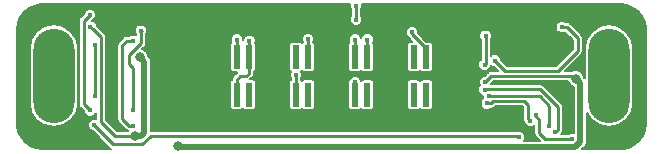
<source format=gbr>
G04 #@! TF.GenerationSoftware,KiCad,Pcbnew,5.0.1*
G04 #@! TF.CreationDate,2018-12-04T10:53:53+13:00*
G04 #@! TF.ProjectId,jake_small,6A616B655F736D616C6C2E6B69636164,rev?*
G04 #@! TF.SameCoordinates,Original*
G04 #@! TF.FileFunction,Copper,L2,Bot,Signal*
G04 #@! TF.FilePolarity,Positive*
%FSLAX46Y46*%
G04 Gerber Fmt 4.6, Leading zero omitted, Abs format (unit mm)*
G04 Created by KiCad (PCBNEW 5.0.1) date Tue 04 Dec 2018 10:53:53 NZDT*
%MOMM*%
%LPD*%
G01*
G04 APERTURE LIST*
G04 #@! TA.AperFunction,SMDPad,CuDef*
%ADD10R,0.550000X2.000000*%
G04 #@! TD*
G04 #@! TA.AperFunction,WasherPad*
%ADD11O,3.500000X8.000000*%
G04 #@! TD*
G04 #@! TA.AperFunction,ViaPad*
%ADD12C,0.450000*%
G04 #@! TD*
G04 #@! TA.AperFunction,ViaPad*
%ADD13C,0.800000*%
G04 #@! TD*
G04 #@! TA.AperFunction,Conductor*
%ADD14C,0.500000*%
G04 #@! TD*
G04 #@! TA.AperFunction,Conductor*
%ADD15C,0.250000*%
G04 #@! TD*
G04 #@! TA.AperFunction,Conductor*
%ADD16C,0.200000*%
G04 #@! TD*
G04 APERTURE END LIST*
D10*
G04 #@! TO.P,D2,4*
G04 #@! TO.N,/C5*
X145525000Y-45318048D03*
G04 #@! TO.P,D2,2*
G04 #@! TO.N,/A_1a*
X144475000Y-45318048D03*
G04 #@! TO.P,D2,3*
G04 #@! TO.N,/B_2a*
X145525000Y-48518048D03*
G04 #@! TO.P,D2,1*
G04 #@! TO.N,/C6*
X144475000Y-48518048D03*
G04 #@! TD*
G04 #@! TO.P,D1,1*
G04 #@! TO.N,/C7*
X139475000Y-48518048D03*
G04 #@! TO.P,D1,3*
G04 #@! TO.N,/B_1a*
X140525000Y-48518048D03*
G04 #@! TO.P,D1,2*
G04 #@! TO.N,/A_2a*
X139475000Y-45318048D03*
G04 #@! TO.P,D1,4*
G04 #@! TO.N,/C7*
X140525000Y-45318048D03*
G04 #@! TD*
G04 #@! TO.P,D3,1*
G04 #@! TO.N,/C4*
X149475000Y-48518048D03*
G04 #@! TO.P,D3,3*
G04 #@! TO.N,/B_1a*
X150525000Y-48518048D03*
G04 #@! TO.P,D3,2*
G04 #@! TO.N,/A_2a*
X149475000Y-45318048D03*
G04 #@! TO.P,D3,4*
G04 #@! TO.N,/C3*
X150525000Y-45318048D03*
G04 #@! TD*
G04 #@! TO.P,D4,4*
G04 #@! TO.N,/C1*
X155525000Y-45318048D03*
G04 #@! TO.P,D4,2*
G04 #@! TO.N,/A_1a*
X154475000Y-45318048D03*
G04 #@! TO.P,D4,3*
G04 #@! TO.N,/B_2a*
X155525000Y-48518048D03*
G04 #@! TO.P,D4,1*
G04 #@! TO.N,/C2*
X154475000Y-48518048D03*
G04 #@! TD*
D11*
G04 #@! TO.P,H1,*
G04 #@! TO.N,*
X124000000Y-46900000D03*
G04 #@! TD*
G04 #@! TO.P,H2,*
G04 #@! TO.N,*
X171000000Y-46900000D03*
G04 #@! TD*
D12*
G04 #@! TO.N,GND*
X165825000Y-47525000D03*
X164650000Y-47500000D03*
X163550000Y-45550000D03*
X164600000Y-45500000D03*
X165450000Y-45550000D03*
X172900000Y-52250000D03*
X161344334Y-47498229D03*
D13*
X167623680Y-44083914D03*
D12*
X127300000Y-51855000D03*
D13*
X134500000Y-41175028D03*
D12*
X163637500Y-47500000D03*
D13*
X134525000Y-48025000D03*
D12*
X162300000Y-44775000D03*
D13*
G04 #@! TO.N,VCC*
X131262653Y-45337347D03*
X168175000Y-47145194D03*
D12*
X127100000Y-42750000D03*
D13*
X130848802Y-51996895D03*
D12*
X160531872Y-47445961D03*
D13*
X134500000Y-52824954D03*
D12*
G04 #@! TO.N,/C7*
X140550000Y-43950000D03*
G04 #@! TO.N,/B_1a*
X160461916Y-48092198D03*
X166458890Y-51699995D03*
X140500000Y-48050004D03*
X150550000Y-48042628D03*
G04 #@! TO.N,/A_2a*
X139500000Y-43850000D03*
X149600000Y-41000000D03*
X149600000Y-42150000D03*
X149500000Y-43850000D03*
G04 #@! TO.N,/C5*
X145500000Y-43800000D03*
G04 #@! TO.N,/A_1a*
X166999990Y-42800010D03*
X144450000Y-45900000D03*
X154499979Y-45900021D03*
X161324986Y-45625000D03*
G04 #@! TO.N,/B_2a*
X165937663Y-51163976D03*
X160821616Y-48633614D03*
X145500000Y-48600000D03*
X155550000Y-48650000D03*
G04 #@! TO.N,/C6*
X160461091Y-45961091D03*
X144500000Y-46850000D03*
X160550000Y-43525000D03*
G04 #@! TO.N,/C4*
X149500000Y-47450000D03*
G04 #@! TO.N,/C3*
X150550000Y-43849990D03*
G04 #@! TO.N,/C1*
X154337173Y-43237173D03*
G04 #@! TO.N,/C2*
X164342553Y-50707518D03*
X160647296Y-49259815D03*
X154450000Y-49250000D03*
G04 #@! TO.N,/nSS3*
X127450000Y-48600000D03*
X127450000Y-44350000D03*
G04 #@! TO.N,/nSS1*
X127075020Y-49850000D03*
X127050000Y-41750000D03*
G04 #@! TO.N,/nSS*
X127400000Y-51100000D03*
X163382109Y-52132109D03*
G04 #@! TO.N,/SCK*
X130675000Y-51125000D03*
X130675028Y-43950000D03*
G04 #@! TO.N,/MOSI*
X131375000Y-43100000D03*
X130675058Y-49850000D03*
G04 #@! TO.N,/nRES*
X164800000Y-50245735D03*
X167872702Y-52272702D03*
G04 #@! TD*
D14*
G04 #@! TO.N,VCC*
X131662652Y-51748730D02*
X131414487Y-51996895D01*
X131414487Y-51996895D02*
X130848802Y-51996895D01*
X131662652Y-45737346D02*
X131662652Y-51748730D01*
X131262653Y-45337347D02*
X131662652Y-45737346D01*
D15*
X160756871Y-47220962D02*
X160531872Y-47445961D01*
X161029605Y-46948228D02*
X160756871Y-47220962D01*
X167978034Y-46948228D02*
X161029605Y-46948228D01*
X168175000Y-47145194D02*
X167978034Y-46948228D01*
X128000001Y-43650001D02*
X127324999Y-42974999D01*
X128000001Y-44614001D02*
X128000001Y-43650001D01*
X127975000Y-44639002D02*
X128000001Y-44614001D01*
X127975000Y-48310998D02*
X127975000Y-44639002D01*
X129171895Y-51996895D02*
X127975000Y-50800000D01*
X130848802Y-51996895D02*
X129171895Y-51996895D01*
X127975000Y-50800000D02*
X127975000Y-48889002D01*
X128000001Y-48864001D02*
X128000001Y-48335999D01*
X127975000Y-48889002D02*
X128000001Y-48864001D01*
X127324999Y-42974999D02*
X127100000Y-42750000D01*
X128000001Y-48335999D02*
X127975000Y-48310998D01*
D14*
X168574999Y-47545193D02*
X168175000Y-47145194D01*
X168574999Y-52525001D02*
X168574999Y-47545193D01*
X168125010Y-52974990D02*
X168574999Y-52525001D01*
X134500000Y-52824954D02*
X134650036Y-52974990D01*
X134650036Y-52974990D02*
X168125010Y-52974990D01*
D15*
G04 #@! TO.N,/C7*
X140525000Y-46725000D02*
X140525000Y-45318048D01*
X140300000Y-46950000D02*
X140525000Y-46725000D01*
X139793048Y-46950000D02*
X140300000Y-46950000D01*
X139475000Y-48518048D02*
X139475000Y-47268048D01*
X139475000Y-47268048D02*
X139793048Y-46950000D01*
X140550000Y-45293048D02*
X140525000Y-45318048D01*
X140550000Y-43950000D02*
X140550000Y-45293048D01*
G04 #@! TO.N,/B_1a*
X160461916Y-48092198D02*
X160494603Y-48059511D01*
X160494603Y-48059511D02*
X165195921Y-48059511D01*
X165195921Y-48059511D02*
X166683889Y-49547479D01*
X166683889Y-51474996D02*
X166458890Y-51699995D01*
X166683889Y-49547479D02*
X166683889Y-51474996D01*
G04 #@! TO.N,/A_2a*
X139500000Y-45293048D02*
X139475000Y-45318048D01*
X139500000Y-43850000D02*
X139500000Y-45293048D01*
X149600000Y-41000000D02*
X149600000Y-42150000D01*
X149500000Y-45293048D02*
X149475000Y-45318048D01*
X149500000Y-43850000D02*
X149500000Y-45293048D01*
G04 #@! TO.N,/C5*
X145525000Y-43825000D02*
X145500000Y-43800000D01*
X145525000Y-45318048D02*
X145525000Y-43825000D01*
G04 #@! TO.N,/A_1a*
X162198205Y-46498217D02*
X161549985Y-45849999D01*
X168348681Y-43735913D02*
X168348681Y-44851319D01*
X166701783Y-46498217D02*
X162198205Y-46498217D01*
X166999990Y-42800010D02*
X167412778Y-42800010D01*
X168348681Y-44851319D02*
X166701783Y-46498217D01*
X161549985Y-45849999D02*
X161324986Y-45625000D01*
X167412778Y-42800010D02*
X168348681Y-43735913D01*
G04 #@! TO.N,/B_2a*
X165133614Y-48633614D02*
X161139814Y-48633614D01*
X165937663Y-49437663D02*
X165133614Y-48633614D01*
X161139814Y-48633614D02*
X160821616Y-48633614D01*
X165937663Y-51163976D02*
X165937663Y-49437663D01*
X145525000Y-48518048D02*
X145525000Y-48575000D01*
X145525000Y-48575000D02*
X145500000Y-48600000D01*
X155525000Y-48643198D02*
X155531802Y-48650000D01*
X155531802Y-48650000D02*
X155550000Y-48650000D01*
X155525000Y-48518048D02*
X155525000Y-48643198D01*
G04 #@! TO.N,/C6*
X144475000Y-48518048D02*
X144475000Y-47793048D01*
X144500000Y-48493048D02*
X144475000Y-48518048D01*
X144500000Y-46850000D02*
X144500000Y-48493048D01*
X160550000Y-45872182D02*
X160461091Y-45961091D01*
X160550000Y-43525000D02*
X160550000Y-45872182D01*
G04 #@! TO.N,/C4*
X149475000Y-48518048D02*
X149475000Y-47793048D01*
X149500000Y-48493048D02*
X149475000Y-48518048D01*
X149500000Y-47450000D02*
X149500000Y-48493048D01*
G04 #@! TO.N,/C3*
X150525000Y-45318048D02*
X150525000Y-43874990D01*
X150525000Y-43874990D02*
X150550000Y-43849990D01*
G04 #@! TO.N,/C1*
X154337173Y-43405221D02*
X154337173Y-43237173D01*
X155525000Y-45318048D02*
X155525000Y-44593048D01*
X155525000Y-44593048D02*
X154337173Y-43405221D01*
G04 #@! TO.N,/C2*
X160965494Y-49259815D02*
X160647296Y-49259815D01*
X164117554Y-50482519D02*
X164117554Y-49367554D01*
X163833624Y-49083624D02*
X161185608Y-49083624D01*
X164342553Y-50707518D02*
X164117554Y-50482519D01*
X164117554Y-49367554D02*
X163833624Y-49083624D01*
X161185608Y-49083624D02*
X161009417Y-49259815D01*
X161009417Y-49259815D02*
X160965494Y-49259815D01*
G04 #@! TO.N,/nSS3*
X127450000Y-48600000D02*
X127450000Y-44350000D01*
G04 #@! TO.N,/nSS1*
X126549999Y-42250001D02*
X127050000Y-41750000D01*
X127075020Y-49850000D02*
X126549999Y-49324979D01*
X126549999Y-49324979D02*
X126549999Y-42250001D01*
G04 #@! TO.N,/nSS*
X127500000Y-51100000D02*
X127400000Y-51100000D01*
X163382109Y-52132109D02*
X163349989Y-52099989D01*
X163224998Y-51974998D02*
X163382109Y-52132109D01*
X131502672Y-52721896D02*
X132249570Y-51974998D01*
X132249570Y-51974998D02*
X163224998Y-51974998D01*
X127400000Y-51100000D02*
X129021896Y-52721896D01*
X129021896Y-52721896D02*
X131502672Y-52721896D01*
G04 #@! TO.N,/SCK*
X130200000Y-43950000D02*
X130675028Y-43950000D01*
X129800000Y-50568198D02*
X129800000Y-44350000D01*
X130675000Y-51125000D02*
X130356802Y-51125000D01*
X129800000Y-44350000D02*
X130200000Y-43950000D01*
X130356802Y-51125000D02*
X129800000Y-50568198D01*
G04 #@! TO.N,/MOSI*
X131425000Y-43150000D02*
X131375000Y-43100000D01*
X130400000Y-45150000D02*
X131375000Y-44175000D01*
X130400000Y-45950000D02*
X130400000Y-45150000D01*
X131375000Y-44175000D02*
X131375000Y-43100000D01*
X130675058Y-49850000D02*
X130675058Y-46225058D01*
X130675058Y-46225058D02*
X130400000Y-45950000D01*
G04 #@! TO.N,/nRES*
X165622702Y-52272702D02*
X166217595Y-52272702D01*
X165100000Y-51750000D02*
X165622702Y-52272702D01*
X166217595Y-52272702D02*
X167872702Y-52272702D01*
X165100000Y-50650963D02*
X165100000Y-51750000D01*
X164800000Y-50245735D02*
X164800000Y-50350963D01*
X164800000Y-50350963D02*
X165100000Y-50650963D01*
G04 #@! TD*
D16*
G04 #@! TO.N,GND*
G36*
X149075000Y-40895571D02*
X149075000Y-41104429D01*
X149154927Y-41297388D01*
X149175000Y-41317461D01*
X149175001Y-41832538D01*
X149154927Y-41852612D01*
X149075000Y-42045571D01*
X149075000Y-42254429D01*
X149154927Y-42447388D01*
X149302612Y-42595073D01*
X149495571Y-42675000D01*
X149704429Y-42675000D01*
X149897388Y-42595073D01*
X150045073Y-42447388D01*
X150125000Y-42254429D01*
X150125000Y-42045571D01*
X150045073Y-41852612D01*
X150025000Y-41832539D01*
X150025000Y-41317461D01*
X150045073Y-41297388D01*
X150125000Y-41104429D01*
X150125000Y-40895571D01*
X150116479Y-40875000D01*
X171976407Y-40875000D01*
X172527725Y-40944648D01*
X173022291Y-41140460D01*
X173452621Y-41453113D01*
X173791682Y-41862967D01*
X174018160Y-42344258D01*
X174121179Y-42884303D01*
X174125000Y-43005891D01*
X174125001Y-50976400D01*
X174055352Y-51527725D01*
X173859541Y-52022290D01*
X173546887Y-52452622D01*
X173137033Y-52791682D01*
X172655742Y-53018160D01*
X172115697Y-53121179D01*
X171994108Y-53125000D01*
X168752817Y-53125000D01*
X168925604Y-52952213D01*
X168971527Y-52921529D01*
X169093088Y-52739600D01*
X169124999Y-52579171D01*
X169124999Y-52579170D01*
X169135774Y-52525001D01*
X169124999Y-52470832D01*
X169124999Y-50033762D01*
X169522034Y-50627967D01*
X170200131Y-51081057D01*
X171000000Y-51240161D01*
X171799870Y-51081057D01*
X172477967Y-50627967D01*
X172931057Y-49949870D01*
X173050000Y-49351903D01*
X173050000Y-44448097D01*
X172931057Y-43850130D01*
X172477967Y-43172033D01*
X171799869Y-42718943D01*
X171000000Y-42559839D01*
X170200130Y-42718943D01*
X169522033Y-43172033D01*
X169068943Y-43850131D01*
X168950000Y-44448098D01*
X168950001Y-47134281D01*
X168925601Y-47117978D01*
X168875000Y-47067377D01*
X168875000Y-47005955D01*
X168768432Y-46748676D01*
X168571518Y-46551762D01*
X168314239Y-46445194D01*
X168035761Y-46445194D01*
X167847369Y-46523228D01*
X167277812Y-46523228D01*
X168619603Y-45181438D01*
X168655089Y-45157727D01*
X168749022Y-45017146D01*
X168773681Y-44893177D01*
X168773681Y-44893176D01*
X168782007Y-44851320D01*
X168773681Y-44809464D01*
X168773681Y-43777770D01*
X168782007Y-43735913D01*
X168771716Y-43684174D01*
X168749022Y-43570086D01*
X168655089Y-43429505D01*
X168619604Y-43405795D01*
X167742899Y-42529091D01*
X167719186Y-42493602D01*
X167578605Y-42399669D01*
X167454636Y-42375010D01*
X167454635Y-42375010D01*
X167412778Y-42366684D01*
X167370921Y-42375010D01*
X167317451Y-42375010D01*
X167297378Y-42354937D01*
X167104419Y-42275010D01*
X166895561Y-42275010D01*
X166702602Y-42354937D01*
X166554917Y-42502622D01*
X166474990Y-42695581D01*
X166474990Y-42904439D01*
X166554917Y-43097398D01*
X166702602Y-43245083D01*
X166895561Y-43325010D01*
X167104419Y-43325010D01*
X167268693Y-43256965D01*
X167923681Y-43911954D01*
X167923682Y-44675277D01*
X166525743Y-46073217D01*
X162374244Y-46073217D01*
X161880105Y-45579079D01*
X161849986Y-45548960D01*
X161849986Y-45520571D01*
X161770059Y-45327612D01*
X161622374Y-45179927D01*
X161429415Y-45100000D01*
X161220557Y-45100000D01*
X161027598Y-45179927D01*
X160975000Y-45232525D01*
X160975000Y-43842461D01*
X160995073Y-43822388D01*
X161075000Y-43629429D01*
X161075000Y-43420571D01*
X160995073Y-43227612D01*
X160847388Y-43079927D01*
X160654429Y-43000000D01*
X160445571Y-43000000D01*
X160252612Y-43079927D01*
X160104927Y-43227612D01*
X160025000Y-43420571D01*
X160025000Y-43629429D01*
X160104927Y-43822388D01*
X160125000Y-43842461D01*
X160125001Y-45554720D01*
X160016018Y-45663703D01*
X159936091Y-45856662D01*
X159936091Y-46065520D01*
X160016018Y-46258479D01*
X160163703Y-46406164D01*
X160356662Y-46486091D01*
X160565520Y-46486091D01*
X160758479Y-46406164D01*
X160906164Y-46258479D01*
X160986091Y-46065520D01*
X160986091Y-46028566D01*
X161027598Y-46070073D01*
X161220557Y-46150000D01*
X161248946Y-46150000D01*
X161622175Y-46523228D01*
X161071462Y-46523228D01*
X161029604Y-46514902D01*
X160946337Y-46531465D01*
X160863778Y-46547887D01*
X160723197Y-46641820D01*
X160699486Y-46677306D01*
X160485948Y-46890844D01*
X160485949Y-46890844D01*
X160455832Y-46920961D01*
X160427443Y-46920961D01*
X160234484Y-47000888D01*
X160086799Y-47148573D01*
X160006872Y-47341532D01*
X160006872Y-47550390D01*
X160081382Y-47730271D01*
X160016843Y-47794810D01*
X159936916Y-47987769D01*
X159936916Y-48196627D01*
X160016843Y-48389586D01*
X160164528Y-48537271D01*
X160296616Y-48591984D01*
X160296616Y-48738043D01*
X160334690Y-48829960D01*
X160202223Y-48962427D01*
X160122296Y-49155386D01*
X160122296Y-49364244D01*
X160202223Y-49557203D01*
X160349908Y-49704888D01*
X160542867Y-49784815D01*
X160751725Y-49784815D01*
X160944684Y-49704888D01*
X160964757Y-49684815D01*
X160967560Y-49684815D01*
X161009417Y-49693141D01*
X161051274Y-49684815D01*
X161051275Y-49684815D01*
X161175244Y-49660156D01*
X161315825Y-49566223D01*
X161339538Y-49530734D01*
X161361648Y-49508624D01*
X163657584Y-49508624D01*
X163692555Y-49543595D01*
X163692554Y-50440661D01*
X163684228Y-50482519D01*
X163692554Y-50524376D01*
X163717213Y-50648345D01*
X163811146Y-50788927D01*
X163817553Y-50793208D01*
X163817553Y-50811947D01*
X163897480Y-51004906D01*
X164045165Y-51152591D01*
X164238124Y-51232518D01*
X164446982Y-51232518D01*
X164639941Y-51152591D01*
X164675000Y-51117532D01*
X164675001Y-51708138D01*
X164666674Y-51750000D01*
X164699659Y-51915826D01*
X164763637Y-52011575D01*
X164793593Y-52056408D01*
X164829078Y-52080119D01*
X165173949Y-52424990D01*
X163829049Y-52424990D01*
X163907109Y-52236538D01*
X163907109Y-52027680D01*
X163827182Y-51834721D01*
X163679497Y-51687036D01*
X163486538Y-51607109D01*
X163439393Y-51607109D01*
X163390825Y-51574657D01*
X163266856Y-51549998D01*
X163266855Y-51549998D01*
X163224998Y-51541672D01*
X163183141Y-51549998D01*
X132291427Y-51549998D01*
X132249569Y-51541672D01*
X132212652Y-51549015D01*
X132212652Y-45791514D01*
X132223427Y-45737345D01*
X132212652Y-45683176D01*
X132180741Y-45522747D01*
X132059180Y-45340818D01*
X132013255Y-45310132D01*
X131962653Y-45259530D01*
X131962653Y-45198108D01*
X131856085Y-44940829D01*
X131659171Y-44743915D01*
X131480948Y-44670093D01*
X131645923Y-44505118D01*
X131681408Y-44481408D01*
X131775341Y-44340827D01*
X131779872Y-44318048D01*
X138894123Y-44318048D01*
X138894123Y-46318048D01*
X138917407Y-46435102D01*
X138983712Y-46534336D01*
X139082946Y-46600641D01*
X139200000Y-46623925D01*
X139516074Y-46623925D01*
X139486640Y-46643592D01*
X139462929Y-46679078D01*
X139204078Y-46937930D01*
X139168593Y-46961640D01*
X139144882Y-46997126D01*
X139074659Y-47102222D01*
X139042825Y-47262263D01*
X138983712Y-47301760D01*
X138917407Y-47400994D01*
X138894123Y-47518048D01*
X138894123Y-49518048D01*
X138917407Y-49635102D01*
X138983712Y-49734336D01*
X139082946Y-49800641D01*
X139200000Y-49823925D01*
X139750000Y-49823925D01*
X139867054Y-49800641D01*
X139966288Y-49734336D01*
X140000000Y-49683882D01*
X140033712Y-49734336D01*
X140132946Y-49800641D01*
X140250000Y-49823925D01*
X140800000Y-49823925D01*
X140917054Y-49800641D01*
X141016288Y-49734336D01*
X141082593Y-49635102D01*
X141105877Y-49518048D01*
X141105877Y-47518048D01*
X141082593Y-47400994D01*
X141016288Y-47301760D01*
X140917054Y-47235455D01*
X140800000Y-47212171D01*
X140638869Y-47212171D01*
X140795920Y-47055120D01*
X140831408Y-47031408D01*
X140925341Y-46890827D01*
X140950000Y-46766858D01*
X140950000Y-46766857D01*
X140958326Y-46725001D01*
X140950000Y-46683143D01*
X140950000Y-46578628D01*
X141016288Y-46534336D01*
X141082593Y-46435102D01*
X141105877Y-46318048D01*
X141105877Y-44318048D01*
X143894123Y-44318048D01*
X143894123Y-46318048D01*
X143917407Y-46435102D01*
X143983712Y-46534336D01*
X144045419Y-46575567D01*
X143975000Y-46745571D01*
X143975000Y-46954429D01*
X144054927Y-47147388D01*
X144075000Y-47167461D01*
X144075000Y-47240764D01*
X143983712Y-47301760D01*
X143917407Y-47400994D01*
X143894123Y-47518048D01*
X143894123Y-49518048D01*
X143917407Y-49635102D01*
X143983712Y-49734336D01*
X144082946Y-49800641D01*
X144200000Y-49823925D01*
X144750000Y-49823925D01*
X144867054Y-49800641D01*
X144966288Y-49734336D01*
X145000000Y-49683882D01*
X145033712Y-49734336D01*
X145132946Y-49800641D01*
X145250000Y-49823925D01*
X145800000Y-49823925D01*
X145917054Y-49800641D01*
X146016288Y-49734336D01*
X146082593Y-49635102D01*
X146105877Y-49518048D01*
X146105877Y-47518048D01*
X148894123Y-47518048D01*
X148894123Y-49518048D01*
X148917407Y-49635102D01*
X148983712Y-49734336D01*
X149082946Y-49800641D01*
X149200000Y-49823925D01*
X149750000Y-49823925D01*
X149867054Y-49800641D01*
X149966288Y-49734336D01*
X150000000Y-49683882D01*
X150033712Y-49734336D01*
X150132946Y-49800641D01*
X150250000Y-49823925D01*
X150800000Y-49823925D01*
X150917054Y-49800641D01*
X151016288Y-49734336D01*
X151082593Y-49635102D01*
X151105877Y-49518048D01*
X151105877Y-47518048D01*
X153894123Y-47518048D01*
X153894123Y-49518048D01*
X153917407Y-49635102D01*
X153983712Y-49734336D01*
X154082946Y-49800641D01*
X154200000Y-49823925D01*
X154750000Y-49823925D01*
X154867054Y-49800641D01*
X154966288Y-49734336D01*
X155000000Y-49683882D01*
X155033712Y-49734336D01*
X155132946Y-49800641D01*
X155250000Y-49823925D01*
X155800000Y-49823925D01*
X155917054Y-49800641D01*
X156016288Y-49734336D01*
X156082593Y-49635102D01*
X156105877Y-49518048D01*
X156105877Y-47518048D01*
X156082593Y-47400994D01*
X156016288Y-47301760D01*
X155917054Y-47235455D01*
X155800000Y-47212171D01*
X155250000Y-47212171D01*
X155132946Y-47235455D01*
X155033712Y-47301760D01*
X155000000Y-47352214D01*
X154966288Y-47301760D01*
X154867054Y-47235455D01*
X154750000Y-47212171D01*
X154200000Y-47212171D01*
X154082946Y-47235455D01*
X153983712Y-47301760D01*
X153917407Y-47400994D01*
X153894123Y-47518048D01*
X151105877Y-47518048D01*
X151082593Y-47400994D01*
X151016288Y-47301760D01*
X150917054Y-47235455D01*
X150800000Y-47212171D01*
X150250000Y-47212171D01*
X150132946Y-47235455D01*
X150033712Y-47301760D01*
X150017131Y-47326575D01*
X149945073Y-47152612D01*
X149797388Y-47004927D01*
X149604429Y-46925000D01*
X149395571Y-46925000D01*
X149202612Y-47004927D01*
X149054927Y-47152612D01*
X148996758Y-47293043D01*
X148983712Y-47301760D01*
X148917407Y-47400994D01*
X148894123Y-47518048D01*
X146105877Y-47518048D01*
X146082593Y-47400994D01*
X146016288Y-47301760D01*
X145917054Y-47235455D01*
X145800000Y-47212171D01*
X145250000Y-47212171D01*
X145132946Y-47235455D01*
X145033712Y-47301760D01*
X145000000Y-47352214D01*
X144966288Y-47301760D01*
X144925000Y-47274173D01*
X144925000Y-47167461D01*
X144945073Y-47147388D01*
X145025000Y-46954429D01*
X145025000Y-46745571D01*
X144945073Y-46552612D01*
X144942615Y-46550154D01*
X144966288Y-46534336D01*
X145000000Y-46483882D01*
X145033712Y-46534336D01*
X145132946Y-46600641D01*
X145250000Y-46623925D01*
X145800000Y-46623925D01*
X145917054Y-46600641D01*
X146016288Y-46534336D01*
X146082593Y-46435102D01*
X146105877Y-46318048D01*
X146105877Y-44318048D01*
X148894123Y-44318048D01*
X148894123Y-46318048D01*
X148917407Y-46435102D01*
X148983712Y-46534336D01*
X149082946Y-46600641D01*
X149200000Y-46623925D01*
X149750000Y-46623925D01*
X149867054Y-46600641D01*
X149966288Y-46534336D01*
X150000000Y-46483882D01*
X150033712Y-46534336D01*
X150132946Y-46600641D01*
X150250000Y-46623925D01*
X150800000Y-46623925D01*
X150917054Y-46600641D01*
X151016288Y-46534336D01*
X151082593Y-46435102D01*
X151105877Y-46318048D01*
X151105877Y-44318048D01*
X151082593Y-44200994D01*
X151016288Y-44101760D01*
X151014472Y-44100546D01*
X151075000Y-43954419D01*
X151075000Y-43745561D01*
X150995073Y-43552602D01*
X150847388Y-43404917D01*
X150654429Y-43324990D01*
X150445571Y-43324990D01*
X150252612Y-43404917D01*
X150104927Y-43552602D01*
X150025000Y-43745561D01*
X150025000Y-43745571D01*
X149945073Y-43552612D01*
X149797388Y-43404927D01*
X149604429Y-43325000D01*
X149395571Y-43325000D01*
X149202612Y-43404927D01*
X149054927Y-43552612D01*
X148975000Y-43745571D01*
X148975000Y-43954429D01*
X149024687Y-44074382D01*
X148983712Y-44101760D01*
X148917407Y-44200994D01*
X148894123Y-44318048D01*
X146105877Y-44318048D01*
X146082593Y-44200994D01*
X146016288Y-44101760D01*
X145959092Y-44063543D01*
X146025000Y-43904429D01*
X146025000Y-43695571D01*
X145945073Y-43502612D01*
X145797388Y-43354927D01*
X145604429Y-43275000D01*
X145395571Y-43275000D01*
X145202612Y-43354927D01*
X145054927Y-43502612D01*
X144975000Y-43695571D01*
X144975000Y-43904429D01*
X145051747Y-44089710D01*
X145033712Y-44101760D01*
X145000000Y-44152214D01*
X144966288Y-44101760D01*
X144867054Y-44035455D01*
X144750000Y-44012171D01*
X144200000Y-44012171D01*
X144082946Y-44035455D01*
X143983712Y-44101760D01*
X143917407Y-44200994D01*
X143894123Y-44318048D01*
X141105877Y-44318048D01*
X141082593Y-44200994D01*
X141040429Y-44137890D01*
X141075000Y-44054429D01*
X141075000Y-43845571D01*
X140995073Y-43652612D01*
X140847388Y-43504927D01*
X140654429Y-43425000D01*
X140445571Y-43425000D01*
X140252612Y-43504927D01*
X140104927Y-43652612D01*
X140025000Y-43845571D01*
X140025000Y-43745571D01*
X139945073Y-43552612D01*
X139797388Y-43404927D01*
X139604429Y-43325000D01*
X139395571Y-43325000D01*
X139202612Y-43404927D01*
X139054927Y-43552612D01*
X138975000Y-43745571D01*
X138975000Y-43954429D01*
X139024687Y-44074382D01*
X138983712Y-44101760D01*
X138917407Y-44200994D01*
X138894123Y-44318048D01*
X131779872Y-44318048D01*
X131784444Y-44295063D01*
X131808326Y-44175001D01*
X131800000Y-44133143D01*
X131800000Y-43417461D01*
X131820073Y-43397388D01*
X131900000Y-43204429D01*
X131900000Y-43132744D01*
X153812173Y-43132744D01*
X153812173Y-43341602D01*
X153892100Y-43534561D01*
X153953436Y-43595897D01*
X154030765Y-43711629D01*
X154066254Y-43735342D01*
X154343083Y-44012171D01*
X154200000Y-44012171D01*
X154082946Y-44035455D01*
X153983712Y-44101760D01*
X153917407Y-44200994D01*
X153894123Y-44318048D01*
X153894123Y-46318048D01*
X153917407Y-46435102D01*
X153983712Y-46534336D01*
X154082946Y-46600641D01*
X154200000Y-46623925D01*
X154750000Y-46623925D01*
X154867054Y-46600641D01*
X154966288Y-46534336D01*
X155000000Y-46483882D01*
X155033712Y-46534336D01*
X155132946Y-46600641D01*
X155250000Y-46623925D01*
X155800000Y-46623925D01*
X155917054Y-46600641D01*
X156016288Y-46534336D01*
X156082593Y-46435102D01*
X156105877Y-46318048D01*
X156105877Y-44318048D01*
X156082593Y-44200994D01*
X156016288Y-44101760D01*
X155917054Y-44035455D01*
X155800000Y-44012171D01*
X155545164Y-44012171D01*
X154862173Y-43329181D01*
X154862173Y-43132744D01*
X154782246Y-42939785D01*
X154634561Y-42792100D01*
X154441602Y-42712173D01*
X154232744Y-42712173D01*
X154039785Y-42792100D01*
X153892100Y-42939785D01*
X153812173Y-43132744D01*
X131900000Y-43132744D01*
X131900000Y-42995571D01*
X131820073Y-42802612D01*
X131672388Y-42654927D01*
X131479429Y-42575000D01*
X131270571Y-42575000D01*
X131077612Y-42654927D01*
X130929927Y-42802612D01*
X130850000Y-42995571D01*
X130850000Y-43204429D01*
X130929927Y-43397388D01*
X130950001Y-43417462D01*
X130950001Y-43495642D01*
X130779457Y-43425000D01*
X130570599Y-43425000D01*
X130377640Y-43504927D01*
X130357567Y-43525000D01*
X130241855Y-43525000D01*
X130199999Y-43516674D01*
X130158143Y-43525000D01*
X130158142Y-43525000D01*
X130034173Y-43549659D01*
X129893592Y-43643592D01*
X129869881Y-43679078D01*
X129529078Y-44019881D01*
X129493593Y-44043592D01*
X129469882Y-44079078D01*
X129399659Y-44184174D01*
X129366674Y-44350000D01*
X129375001Y-44391862D01*
X129375000Y-50526341D01*
X129366674Y-50568198D01*
X129381624Y-50643354D01*
X129399659Y-50734024D01*
X129493592Y-50874606D01*
X129529081Y-50898319D01*
X130026683Y-51395922D01*
X130050394Y-51431408D01*
X130190975Y-51525341D01*
X130290175Y-51545073D01*
X130307273Y-51548474D01*
X130283852Y-51571895D01*
X129347936Y-51571895D01*
X128400000Y-50623960D01*
X128400000Y-49030340D01*
X128400342Y-49029828D01*
X128425001Y-48905859D01*
X128425001Y-48905858D01*
X128433327Y-48864001D01*
X128425001Y-48822144D01*
X128425001Y-48377856D01*
X128433327Y-48335999D01*
X128414800Y-48242857D01*
X128400342Y-48170172D01*
X128400000Y-48169660D01*
X128400000Y-44780340D01*
X128400342Y-44779828D01*
X128425001Y-44655859D01*
X128425001Y-44655858D01*
X128433327Y-44614001D01*
X128425001Y-44572144D01*
X128425001Y-43691858D01*
X128433327Y-43650001D01*
X128400342Y-43484174D01*
X128343871Y-43399659D01*
X128306409Y-43343593D01*
X128270923Y-43319882D01*
X127625000Y-42673960D01*
X127625000Y-42645571D01*
X127545073Y-42452612D01*
X127397388Y-42304927D01*
X127239784Y-42239645D01*
X127347388Y-42195073D01*
X127495073Y-42047388D01*
X127575000Y-41854429D01*
X127575000Y-41645571D01*
X127495073Y-41452612D01*
X127347388Y-41304927D01*
X127154429Y-41225000D01*
X126945571Y-41225000D01*
X126752612Y-41304927D01*
X126604927Y-41452612D01*
X126525000Y-41645571D01*
X126525000Y-41673959D01*
X126279077Y-41919882D01*
X126243592Y-41943593D01*
X126219881Y-41979079D01*
X126149658Y-42084175D01*
X126116673Y-42250001D01*
X126125000Y-42291863D01*
X126124999Y-49283122D01*
X126116673Y-49324979D01*
X126124999Y-49366836D01*
X126149658Y-49490805D01*
X126243591Y-49631387D01*
X126279080Y-49655100D01*
X126550020Y-49926041D01*
X126550020Y-49954429D01*
X126629947Y-50147388D01*
X126777632Y-50295073D01*
X126970591Y-50375000D01*
X127179449Y-50375000D01*
X127372408Y-50295073D01*
X127520093Y-50147388D01*
X127550000Y-50075186D01*
X127550000Y-50593876D01*
X127504429Y-50575000D01*
X127295571Y-50575000D01*
X127102612Y-50654927D01*
X126954927Y-50802612D01*
X126875000Y-50995571D01*
X126875000Y-51204429D01*
X126954927Y-51397388D01*
X127102612Y-51545073D01*
X127295571Y-51625000D01*
X127323960Y-51625000D01*
X128691777Y-52992818D01*
X128715488Y-53028304D01*
X128782069Y-53072792D01*
X128856069Y-53122237D01*
X128869959Y-53125000D01*
X123023592Y-53125000D01*
X122472275Y-53055352D01*
X121977710Y-52859541D01*
X121547378Y-52546887D01*
X121208318Y-52137033D01*
X120981840Y-51655742D01*
X120878821Y-51115697D01*
X120875000Y-50994108D01*
X120875000Y-44448098D01*
X121950000Y-44448098D01*
X121950001Y-49351903D01*
X122068944Y-49949870D01*
X122522034Y-50627967D01*
X123200131Y-51081057D01*
X124000000Y-51240161D01*
X124799870Y-51081057D01*
X125477967Y-50627967D01*
X125931057Y-49949870D01*
X126050000Y-49351903D01*
X126050000Y-44448097D01*
X125931057Y-43850130D01*
X125477967Y-43172033D01*
X124799869Y-42718943D01*
X124000000Y-42559839D01*
X123200130Y-42718943D01*
X122522033Y-43172033D01*
X122068943Y-43850131D01*
X121950000Y-44448098D01*
X120875000Y-44448098D01*
X120875000Y-43023593D01*
X120944648Y-42472275D01*
X121140460Y-41977709D01*
X121453113Y-41547379D01*
X121862967Y-41208318D01*
X122344258Y-40981840D01*
X122884303Y-40878821D01*
X123005891Y-40875000D01*
X149083521Y-40875000D01*
X149075000Y-40895571D01*
X149075000Y-40895571D01*
G37*
X149075000Y-40895571D02*
X149075000Y-41104429D01*
X149154927Y-41297388D01*
X149175000Y-41317461D01*
X149175001Y-41832538D01*
X149154927Y-41852612D01*
X149075000Y-42045571D01*
X149075000Y-42254429D01*
X149154927Y-42447388D01*
X149302612Y-42595073D01*
X149495571Y-42675000D01*
X149704429Y-42675000D01*
X149897388Y-42595073D01*
X150045073Y-42447388D01*
X150125000Y-42254429D01*
X150125000Y-42045571D01*
X150045073Y-41852612D01*
X150025000Y-41832539D01*
X150025000Y-41317461D01*
X150045073Y-41297388D01*
X150125000Y-41104429D01*
X150125000Y-40895571D01*
X150116479Y-40875000D01*
X171976407Y-40875000D01*
X172527725Y-40944648D01*
X173022291Y-41140460D01*
X173452621Y-41453113D01*
X173791682Y-41862967D01*
X174018160Y-42344258D01*
X174121179Y-42884303D01*
X174125000Y-43005891D01*
X174125001Y-50976400D01*
X174055352Y-51527725D01*
X173859541Y-52022290D01*
X173546887Y-52452622D01*
X173137033Y-52791682D01*
X172655742Y-53018160D01*
X172115697Y-53121179D01*
X171994108Y-53125000D01*
X168752817Y-53125000D01*
X168925604Y-52952213D01*
X168971527Y-52921529D01*
X169093088Y-52739600D01*
X169124999Y-52579171D01*
X169124999Y-52579170D01*
X169135774Y-52525001D01*
X169124999Y-52470832D01*
X169124999Y-50033762D01*
X169522034Y-50627967D01*
X170200131Y-51081057D01*
X171000000Y-51240161D01*
X171799870Y-51081057D01*
X172477967Y-50627967D01*
X172931057Y-49949870D01*
X173050000Y-49351903D01*
X173050000Y-44448097D01*
X172931057Y-43850130D01*
X172477967Y-43172033D01*
X171799869Y-42718943D01*
X171000000Y-42559839D01*
X170200130Y-42718943D01*
X169522033Y-43172033D01*
X169068943Y-43850131D01*
X168950000Y-44448098D01*
X168950001Y-47134281D01*
X168925601Y-47117978D01*
X168875000Y-47067377D01*
X168875000Y-47005955D01*
X168768432Y-46748676D01*
X168571518Y-46551762D01*
X168314239Y-46445194D01*
X168035761Y-46445194D01*
X167847369Y-46523228D01*
X167277812Y-46523228D01*
X168619603Y-45181438D01*
X168655089Y-45157727D01*
X168749022Y-45017146D01*
X168773681Y-44893177D01*
X168773681Y-44893176D01*
X168782007Y-44851320D01*
X168773681Y-44809464D01*
X168773681Y-43777770D01*
X168782007Y-43735913D01*
X168771716Y-43684174D01*
X168749022Y-43570086D01*
X168655089Y-43429505D01*
X168619604Y-43405795D01*
X167742899Y-42529091D01*
X167719186Y-42493602D01*
X167578605Y-42399669D01*
X167454636Y-42375010D01*
X167454635Y-42375010D01*
X167412778Y-42366684D01*
X167370921Y-42375010D01*
X167317451Y-42375010D01*
X167297378Y-42354937D01*
X167104419Y-42275010D01*
X166895561Y-42275010D01*
X166702602Y-42354937D01*
X166554917Y-42502622D01*
X166474990Y-42695581D01*
X166474990Y-42904439D01*
X166554917Y-43097398D01*
X166702602Y-43245083D01*
X166895561Y-43325010D01*
X167104419Y-43325010D01*
X167268693Y-43256965D01*
X167923681Y-43911954D01*
X167923682Y-44675277D01*
X166525743Y-46073217D01*
X162374244Y-46073217D01*
X161880105Y-45579079D01*
X161849986Y-45548960D01*
X161849986Y-45520571D01*
X161770059Y-45327612D01*
X161622374Y-45179927D01*
X161429415Y-45100000D01*
X161220557Y-45100000D01*
X161027598Y-45179927D01*
X160975000Y-45232525D01*
X160975000Y-43842461D01*
X160995073Y-43822388D01*
X161075000Y-43629429D01*
X161075000Y-43420571D01*
X160995073Y-43227612D01*
X160847388Y-43079927D01*
X160654429Y-43000000D01*
X160445571Y-43000000D01*
X160252612Y-43079927D01*
X160104927Y-43227612D01*
X160025000Y-43420571D01*
X160025000Y-43629429D01*
X160104927Y-43822388D01*
X160125000Y-43842461D01*
X160125001Y-45554720D01*
X160016018Y-45663703D01*
X159936091Y-45856662D01*
X159936091Y-46065520D01*
X160016018Y-46258479D01*
X160163703Y-46406164D01*
X160356662Y-46486091D01*
X160565520Y-46486091D01*
X160758479Y-46406164D01*
X160906164Y-46258479D01*
X160986091Y-46065520D01*
X160986091Y-46028566D01*
X161027598Y-46070073D01*
X161220557Y-46150000D01*
X161248946Y-46150000D01*
X161622175Y-46523228D01*
X161071462Y-46523228D01*
X161029604Y-46514902D01*
X160946337Y-46531465D01*
X160863778Y-46547887D01*
X160723197Y-46641820D01*
X160699486Y-46677306D01*
X160485948Y-46890844D01*
X160485949Y-46890844D01*
X160455832Y-46920961D01*
X160427443Y-46920961D01*
X160234484Y-47000888D01*
X160086799Y-47148573D01*
X160006872Y-47341532D01*
X160006872Y-47550390D01*
X160081382Y-47730271D01*
X160016843Y-47794810D01*
X159936916Y-47987769D01*
X159936916Y-48196627D01*
X160016843Y-48389586D01*
X160164528Y-48537271D01*
X160296616Y-48591984D01*
X160296616Y-48738043D01*
X160334690Y-48829960D01*
X160202223Y-48962427D01*
X160122296Y-49155386D01*
X160122296Y-49364244D01*
X160202223Y-49557203D01*
X160349908Y-49704888D01*
X160542867Y-49784815D01*
X160751725Y-49784815D01*
X160944684Y-49704888D01*
X160964757Y-49684815D01*
X160967560Y-49684815D01*
X161009417Y-49693141D01*
X161051274Y-49684815D01*
X161051275Y-49684815D01*
X161175244Y-49660156D01*
X161315825Y-49566223D01*
X161339538Y-49530734D01*
X161361648Y-49508624D01*
X163657584Y-49508624D01*
X163692555Y-49543595D01*
X163692554Y-50440661D01*
X163684228Y-50482519D01*
X163692554Y-50524376D01*
X163717213Y-50648345D01*
X163811146Y-50788927D01*
X163817553Y-50793208D01*
X163817553Y-50811947D01*
X163897480Y-51004906D01*
X164045165Y-51152591D01*
X164238124Y-51232518D01*
X164446982Y-51232518D01*
X164639941Y-51152591D01*
X164675000Y-51117532D01*
X164675001Y-51708138D01*
X164666674Y-51750000D01*
X164699659Y-51915826D01*
X164763637Y-52011575D01*
X164793593Y-52056408D01*
X164829078Y-52080119D01*
X165173949Y-52424990D01*
X163829049Y-52424990D01*
X163907109Y-52236538D01*
X163907109Y-52027680D01*
X163827182Y-51834721D01*
X163679497Y-51687036D01*
X163486538Y-51607109D01*
X163439393Y-51607109D01*
X163390825Y-51574657D01*
X163266856Y-51549998D01*
X163266855Y-51549998D01*
X163224998Y-51541672D01*
X163183141Y-51549998D01*
X132291427Y-51549998D01*
X132249569Y-51541672D01*
X132212652Y-51549015D01*
X132212652Y-45791514D01*
X132223427Y-45737345D01*
X132212652Y-45683176D01*
X132180741Y-45522747D01*
X132059180Y-45340818D01*
X132013255Y-45310132D01*
X131962653Y-45259530D01*
X131962653Y-45198108D01*
X131856085Y-44940829D01*
X131659171Y-44743915D01*
X131480948Y-44670093D01*
X131645923Y-44505118D01*
X131681408Y-44481408D01*
X131775341Y-44340827D01*
X131779872Y-44318048D01*
X138894123Y-44318048D01*
X138894123Y-46318048D01*
X138917407Y-46435102D01*
X138983712Y-46534336D01*
X139082946Y-46600641D01*
X139200000Y-46623925D01*
X139516074Y-46623925D01*
X139486640Y-46643592D01*
X139462929Y-46679078D01*
X139204078Y-46937930D01*
X139168593Y-46961640D01*
X139144882Y-46997126D01*
X139074659Y-47102222D01*
X139042825Y-47262263D01*
X138983712Y-47301760D01*
X138917407Y-47400994D01*
X138894123Y-47518048D01*
X138894123Y-49518048D01*
X138917407Y-49635102D01*
X138983712Y-49734336D01*
X139082946Y-49800641D01*
X139200000Y-49823925D01*
X139750000Y-49823925D01*
X139867054Y-49800641D01*
X139966288Y-49734336D01*
X140000000Y-49683882D01*
X140033712Y-49734336D01*
X140132946Y-49800641D01*
X140250000Y-49823925D01*
X140800000Y-49823925D01*
X140917054Y-49800641D01*
X141016288Y-49734336D01*
X141082593Y-49635102D01*
X141105877Y-49518048D01*
X141105877Y-47518048D01*
X141082593Y-47400994D01*
X141016288Y-47301760D01*
X140917054Y-47235455D01*
X140800000Y-47212171D01*
X140638869Y-47212171D01*
X140795920Y-47055120D01*
X140831408Y-47031408D01*
X140925341Y-46890827D01*
X140950000Y-46766858D01*
X140950000Y-46766857D01*
X140958326Y-46725001D01*
X140950000Y-46683143D01*
X140950000Y-46578628D01*
X141016288Y-46534336D01*
X141082593Y-46435102D01*
X141105877Y-46318048D01*
X141105877Y-44318048D01*
X143894123Y-44318048D01*
X143894123Y-46318048D01*
X143917407Y-46435102D01*
X143983712Y-46534336D01*
X144045419Y-46575567D01*
X143975000Y-46745571D01*
X143975000Y-46954429D01*
X144054927Y-47147388D01*
X144075000Y-47167461D01*
X144075000Y-47240764D01*
X143983712Y-47301760D01*
X143917407Y-47400994D01*
X143894123Y-47518048D01*
X143894123Y-49518048D01*
X143917407Y-49635102D01*
X143983712Y-49734336D01*
X144082946Y-49800641D01*
X144200000Y-49823925D01*
X144750000Y-49823925D01*
X144867054Y-49800641D01*
X144966288Y-49734336D01*
X145000000Y-49683882D01*
X145033712Y-49734336D01*
X145132946Y-49800641D01*
X145250000Y-49823925D01*
X145800000Y-49823925D01*
X145917054Y-49800641D01*
X146016288Y-49734336D01*
X146082593Y-49635102D01*
X146105877Y-49518048D01*
X146105877Y-47518048D01*
X148894123Y-47518048D01*
X148894123Y-49518048D01*
X148917407Y-49635102D01*
X148983712Y-49734336D01*
X149082946Y-49800641D01*
X149200000Y-49823925D01*
X149750000Y-49823925D01*
X149867054Y-49800641D01*
X149966288Y-49734336D01*
X150000000Y-49683882D01*
X150033712Y-49734336D01*
X150132946Y-49800641D01*
X150250000Y-49823925D01*
X150800000Y-49823925D01*
X150917054Y-49800641D01*
X151016288Y-49734336D01*
X151082593Y-49635102D01*
X151105877Y-49518048D01*
X151105877Y-47518048D01*
X153894123Y-47518048D01*
X153894123Y-49518048D01*
X153917407Y-49635102D01*
X153983712Y-49734336D01*
X154082946Y-49800641D01*
X154200000Y-49823925D01*
X154750000Y-49823925D01*
X154867054Y-49800641D01*
X154966288Y-49734336D01*
X155000000Y-49683882D01*
X155033712Y-49734336D01*
X155132946Y-49800641D01*
X155250000Y-49823925D01*
X155800000Y-49823925D01*
X155917054Y-49800641D01*
X156016288Y-49734336D01*
X156082593Y-49635102D01*
X156105877Y-49518048D01*
X156105877Y-47518048D01*
X156082593Y-47400994D01*
X156016288Y-47301760D01*
X155917054Y-47235455D01*
X155800000Y-47212171D01*
X155250000Y-47212171D01*
X155132946Y-47235455D01*
X155033712Y-47301760D01*
X155000000Y-47352214D01*
X154966288Y-47301760D01*
X154867054Y-47235455D01*
X154750000Y-47212171D01*
X154200000Y-47212171D01*
X154082946Y-47235455D01*
X153983712Y-47301760D01*
X153917407Y-47400994D01*
X153894123Y-47518048D01*
X151105877Y-47518048D01*
X151082593Y-47400994D01*
X151016288Y-47301760D01*
X150917054Y-47235455D01*
X150800000Y-47212171D01*
X150250000Y-47212171D01*
X150132946Y-47235455D01*
X150033712Y-47301760D01*
X150017131Y-47326575D01*
X149945073Y-47152612D01*
X149797388Y-47004927D01*
X149604429Y-46925000D01*
X149395571Y-46925000D01*
X149202612Y-47004927D01*
X149054927Y-47152612D01*
X148996758Y-47293043D01*
X148983712Y-47301760D01*
X148917407Y-47400994D01*
X148894123Y-47518048D01*
X146105877Y-47518048D01*
X146082593Y-47400994D01*
X146016288Y-47301760D01*
X145917054Y-47235455D01*
X145800000Y-47212171D01*
X145250000Y-47212171D01*
X145132946Y-47235455D01*
X145033712Y-47301760D01*
X145000000Y-47352214D01*
X144966288Y-47301760D01*
X144925000Y-47274173D01*
X144925000Y-47167461D01*
X144945073Y-47147388D01*
X145025000Y-46954429D01*
X145025000Y-46745571D01*
X144945073Y-46552612D01*
X144942615Y-46550154D01*
X144966288Y-46534336D01*
X145000000Y-46483882D01*
X145033712Y-46534336D01*
X145132946Y-46600641D01*
X145250000Y-46623925D01*
X145800000Y-46623925D01*
X145917054Y-46600641D01*
X146016288Y-46534336D01*
X146082593Y-46435102D01*
X146105877Y-46318048D01*
X146105877Y-44318048D01*
X148894123Y-44318048D01*
X148894123Y-46318048D01*
X148917407Y-46435102D01*
X148983712Y-46534336D01*
X149082946Y-46600641D01*
X149200000Y-46623925D01*
X149750000Y-46623925D01*
X149867054Y-46600641D01*
X149966288Y-46534336D01*
X150000000Y-46483882D01*
X150033712Y-46534336D01*
X150132946Y-46600641D01*
X150250000Y-46623925D01*
X150800000Y-46623925D01*
X150917054Y-46600641D01*
X151016288Y-46534336D01*
X151082593Y-46435102D01*
X151105877Y-46318048D01*
X151105877Y-44318048D01*
X151082593Y-44200994D01*
X151016288Y-44101760D01*
X151014472Y-44100546D01*
X151075000Y-43954419D01*
X151075000Y-43745561D01*
X150995073Y-43552602D01*
X150847388Y-43404917D01*
X150654429Y-43324990D01*
X150445571Y-43324990D01*
X150252612Y-43404917D01*
X150104927Y-43552602D01*
X150025000Y-43745561D01*
X150025000Y-43745571D01*
X149945073Y-43552612D01*
X149797388Y-43404927D01*
X149604429Y-43325000D01*
X149395571Y-43325000D01*
X149202612Y-43404927D01*
X149054927Y-43552612D01*
X148975000Y-43745571D01*
X148975000Y-43954429D01*
X149024687Y-44074382D01*
X148983712Y-44101760D01*
X148917407Y-44200994D01*
X148894123Y-44318048D01*
X146105877Y-44318048D01*
X146082593Y-44200994D01*
X146016288Y-44101760D01*
X145959092Y-44063543D01*
X146025000Y-43904429D01*
X146025000Y-43695571D01*
X145945073Y-43502612D01*
X145797388Y-43354927D01*
X145604429Y-43275000D01*
X145395571Y-43275000D01*
X145202612Y-43354927D01*
X145054927Y-43502612D01*
X144975000Y-43695571D01*
X144975000Y-43904429D01*
X145051747Y-44089710D01*
X145033712Y-44101760D01*
X145000000Y-44152214D01*
X144966288Y-44101760D01*
X144867054Y-44035455D01*
X144750000Y-44012171D01*
X144200000Y-44012171D01*
X144082946Y-44035455D01*
X143983712Y-44101760D01*
X143917407Y-44200994D01*
X143894123Y-44318048D01*
X141105877Y-44318048D01*
X141082593Y-44200994D01*
X141040429Y-44137890D01*
X141075000Y-44054429D01*
X141075000Y-43845571D01*
X140995073Y-43652612D01*
X140847388Y-43504927D01*
X140654429Y-43425000D01*
X140445571Y-43425000D01*
X140252612Y-43504927D01*
X140104927Y-43652612D01*
X140025000Y-43845571D01*
X140025000Y-43745571D01*
X139945073Y-43552612D01*
X139797388Y-43404927D01*
X139604429Y-43325000D01*
X139395571Y-43325000D01*
X139202612Y-43404927D01*
X139054927Y-43552612D01*
X138975000Y-43745571D01*
X138975000Y-43954429D01*
X139024687Y-44074382D01*
X138983712Y-44101760D01*
X138917407Y-44200994D01*
X138894123Y-44318048D01*
X131779872Y-44318048D01*
X131784444Y-44295063D01*
X131808326Y-44175001D01*
X131800000Y-44133143D01*
X131800000Y-43417461D01*
X131820073Y-43397388D01*
X131900000Y-43204429D01*
X131900000Y-43132744D01*
X153812173Y-43132744D01*
X153812173Y-43341602D01*
X153892100Y-43534561D01*
X153953436Y-43595897D01*
X154030765Y-43711629D01*
X154066254Y-43735342D01*
X154343083Y-44012171D01*
X154200000Y-44012171D01*
X154082946Y-44035455D01*
X153983712Y-44101760D01*
X153917407Y-44200994D01*
X153894123Y-44318048D01*
X153894123Y-46318048D01*
X153917407Y-46435102D01*
X153983712Y-46534336D01*
X154082946Y-46600641D01*
X154200000Y-46623925D01*
X154750000Y-46623925D01*
X154867054Y-46600641D01*
X154966288Y-46534336D01*
X155000000Y-46483882D01*
X155033712Y-46534336D01*
X155132946Y-46600641D01*
X155250000Y-46623925D01*
X155800000Y-46623925D01*
X155917054Y-46600641D01*
X156016288Y-46534336D01*
X156082593Y-46435102D01*
X156105877Y-46318048D01*
X156105877Y-44318048D01*
X156082593Y-44200994D01*
X156016288Y-44101760D01*
X155917054Y-44035455D01*
X155800000Y-44012171D01*
X155545164Y-44012171D01*
X154862173Y-43329181D01*
X154862173Y-43132744D01*
X154782246Y-42939785D01*
X154634561Y-42792100D01*
X154441602Y-42712173D01*
X154232744Y-42712173D01*
X154039785Y-42792100D01*
X153892100Y-42939785D01*
X153812173Y-43132744D01*
X131900000Y-43132744D01*
X131900000Y-42995571D01*
X131820073Y-42802612D01*
X131672388Y-42654927D01*
X131479429Y-42575000D01*
X131270571Y-42575000D01*
X131077612Y-42654927D01*
X130929927Y-42802612D01*
X130850000Y-42995571D01*
X130850000Y-43204429D01*
X130929927Y-43397388D01*
X130950001Y-43417462D01*
X130950001Y-43495642D01*
X130779457Y-43425000D01*
X130570599Y-43425000D01*
X130377640Y-43504927D01*
X130357567Y-43525000D01*
X130241855Y-43525000D01*
X130199999Y-43516674D01*
X130158143Y-43525000D01*
X130158142Y-43525000D01*
X130034173Y-43549659D01*
X129893592Y-43643592D01*
X129869881Y-43679078D01*
X129529078Y-44019881D01*
X129493593Y-44043592D01*
X129469882Y-44079078D01*
X129399659Y-44184174D01*
X129366674Y-44350000D01*
X129375001Y-44391862D01*
X129375000Y-50526341D01*
X129366674Y-50568198D01*
X129381624Y-50643354D01*
X129399659Y-50734024D01*
X129493592Y-50874606D01*
X129529081Y-50898319D01*
X130026683Y-51395922D01*
X130050394Y-51431408D01*
X130190975Y-51525341D01*
X130290175Y-51545073D01*
X130307273Y-51548474D01*
X130283852Y-51571895D01*
X129347936Y-51571895D01*
X128400000Y-50623960D01*
X128400000Y-49030340D01*
X128400342Y-49029828D01*
X128425001Y-48905859D01*
X128425001Y-48905858D01*
X128433327Y-48864001D01*
X128425001Y-48822144D01*
X128425001Y-48377856D01*
X128433327Y-48335999D01*
X128414800Y-48242857D01*
X128400342Y-48170172D01*
X128400000Y-48169660D01*
X128400000Y-44780340D01*
X128400342Y-44779828D01*
X128425001Y-44655859D01*
X128425001Y-44655858D01*
X128433327Y-44614001D01*
X128425001Y-44572144D01*
X128425001Y-43691858D01*
X128433327Y-43650001D01*
X128400342Y-43484174D01*
X128343871Y-43399659D01*
X128306409Y-43343593D01*
X128270923Y-43319882D01*
X127625000Y-42673960D01*
X127625000Y-42645571D01*
X127545073Y-42452612D01*
X127397388Y-42304927D01*
X127239784Y-42239645D01*
X127347388Y-42195073D01*
X127495073Y-42047388D01*
X127575000Y-41854429D01*
X127575000Y-41645571D01*
X127495073Y-41452612D01*
X127347388Y-41304927D01*
X127154429Y-41225000D01*
X126945571Y-41225000D01*
X126752612Y-41304927D01*
X126604927Y-41452612D01*
X126525000Y-41645571D01*
X126525000Y-41673959D01*
X126279077Y-41919882D01*
X126243592Y-41943593D01*
X126219881Y-41979079D01*
X126149658Y-42084175D01*
X126116673Y-42250001D01*
X126125000Y-42291863D01*
X126124999Y-49283122D01*
X126116673Y-49324979D01*
X126124999Y-49366836D01*
X126149658Y-49490805D01*
X126243591Y-49631387D01*
X126279080Y-49655100D01*
X126550020Y-49926041D01*
X126550020Y-49954429D01*
X126629947Y-50147388D01*
X126777632Y-50295073D01*
X126970591Y-50375000D01*
X127179449Y-50375000D01*
X127372408Y-50295073D01*
X127520093Y-50147388D01*
X127550000Y-50075186D01*
X127550000Y-50593876D01*
X127504429Y-50575000D01*
X127295571Y-50575000D01*
X127102612Y-50654927D01*
X126954927Y-50802612D01*
X126875000Y-50995571D01*
X126875000Y-51204429D01*
X126954927Y-51397388D01*
X127102612Y-51545073D01*
X127295571Y-51625000D01*
X127323960Y-51625000D01*
X128691777Y-52992818D01*
X128715488Y-53028304D01*
X128782069Y-53072792D01*
X128856069Y-53122237D01*
X128869959Y-53125000D01*
X123023592Y-53125000D01*
X122472275Y-53055352D01*
X121977710Y-52859541D01*
X121547378Y-52546887D01*
X121208318Y-52137033D01*
X120981840Y-51655742D01*
X120878821Y-51115697D01*
X120875000Y-50994108D01*
X120875000Y-44448098D01*
X121950000Y-44448098D01*
X121950001Y-49351903D01*
X122068944Y-49949870D01*
X122522034Y-50627967D01*
X123200131Y-51081057D01*
X124000000Y-51240161D01*
X124799870Y-51081057D01*
X125477967Y-50627967D01*
X125931057Y-49949870D01*
X126050000Y-49351903D01*
X126050000Y-44448097D01*
X125931057Y-43850130D01*
X125477967Y-43172033D01*
X124799869Y-42718943D01*
X124000000Y-42559839D01*
X123200130Y-42718943D01*
X122522033Y-43172033D01*
X122068943Y-43850131D01*
X121950000Y-44448098D01*
X120875000Y-44448098D01*
X120875000Y-43023593D01*
X120944648Y-42472275D01*
X121140460Y-41977709D01*
X121453113Y-41547379D01*
X121862967Y-41208318D01*
X122344258Y-40981840D01*
X122884303Y-40878821D01*
X123005891Y-40875000D01*
X149083521Y-40875000D01*
X149075000Y-40895571D01*
G36*
X167581568Y-47541712D02*
X167778482Y-47738626D01*
X168025000Y-47840737D01*
X168024999Y-51767530D01*
X167977131Y-51747702D01*
X167768273Y-51747702D01*
X167575314Y-51827629D01*
X167555241Y-51847702D01*
X166965963Y-51847702D01*
X166983890Y-51804424D01*
X166983890Y-51785685D01*
X166990297Y-51781404D01*
X167084230Y-51640823D01*
X167108889Y-51516854D01*
X167117215Y-51474996D01*
X167108889Y-51433139D01*
X167108889Y-49589336D01*
X167117215Y-49547479D01*
X167084230Y-49381652D01*
X167044591Y-49322328D01*
X166990297Y-49241071D01*
X166954809Y-49217359D01*
X165526042Y-47788592D01*
X165502329Y-47753103D01*
X165361748Y-47659170D01*
X165237779Y-47634511D01*
X165237778Y-47634511D01*
X165195921Y-47626185D01*
X165154064Y-47634511D01*
X161022028Y-47634511D01*
X161056872Y-47550390D01*
X161056872Y-47522001D01*
X161086989Y-47491884D01*
X161205646Y-47373228D01*
X167511780Y-47373228D01*
X167581568Y-47541712D01*
X167581568Y-47541712D01*
G37*
X167581568Y-47541712D02*
X167778482Y-47738626D01*
X168025000Y-47840737D01*
X168024999Y-51767530D01*
X167977131Y-51747702D01*
X167768273Y-51747702D01*
X167575314Y-51827629D01*
X167555241Y-51847702D01*
X166965963Y-51847702D01*
X166983890Y-51804424D01*
X166983890Y-51785685D01*
X166990297Y-51781404D01*
X167084230Y-51640823D01*
X167108889Y-51516854D01*
X167117215Y-51474996D01*
X167108889Y-51433139D01*
X167108889Y-49589336D01*
X167117215Y-49547479D01*
X167084230Y-49381652D01*
X167044591Y-49322328D01*
X166990297Y-49241071D01*
X166954809Y-49217359D01*
X165526042Y-47788592D01*
X165502329Y-47753103D01*
X165361748Y-47659170D01*
X165237779Y-47634511D01*
X165237778Y-47634511D01*
X165195921Y-47626185D01*
X165154064Y-47634511D01*
X161022028Y-47634511D01*
X161056872Y-47550390D01*
X161056872Y-47522001D01*
X161086989Y-47491884D01*
X161205646Y-47373228D01*
X167511780Y-47373228D01*
X167581568Y-47541712D01*
G04 #@! TD*
M02*

</source>
